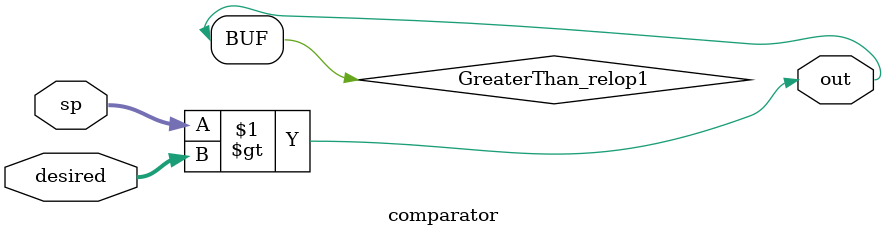
<source format=v>



`timescale 1 ns / 1 ns

module comparator
          (sp,
           desired,
           out);


  input   signed [15:0] sp;  // int16
  input   signed [15:0] desired;  // int16
  output  out;


  wire GreaterThan_relop1;


  assign GreaterThan_relop1 = sp > desired;


  assign out = GreaterThan_relop1;

endmodule  // comparator


</source>
